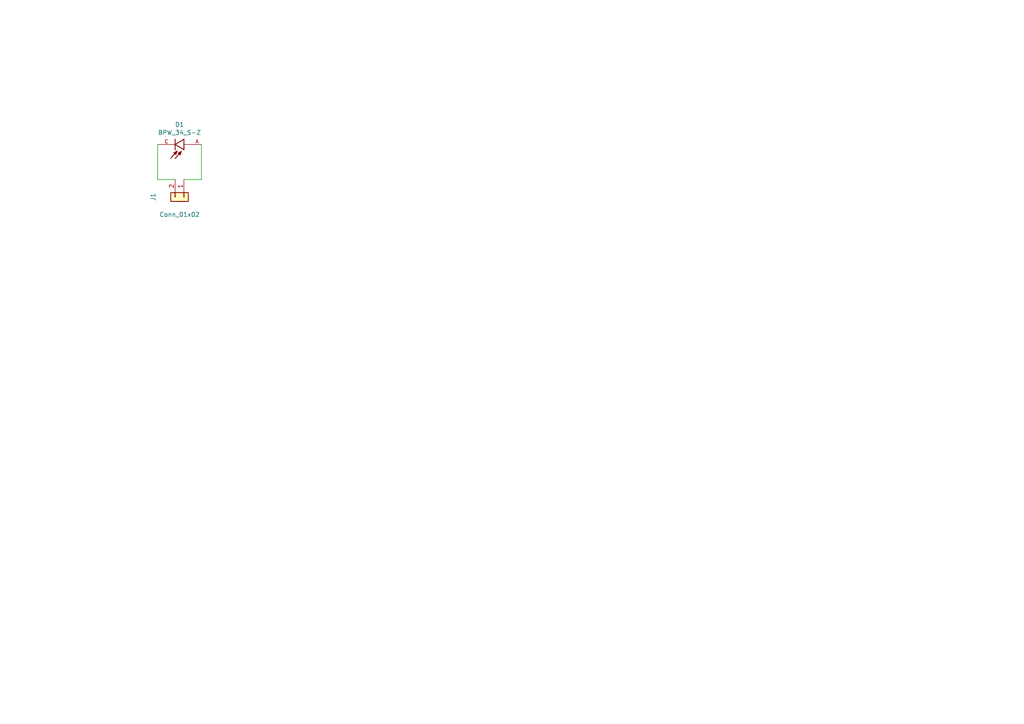
<source format=kicad_sch>
(kicad_sch (version 20211123) (generator eeschema)
  (paper "A4")
  (title_block (title "Start of scanline detector") (rev "0.1") (company "Hexastorm") (comment 1 "Author: Rik Starmans"))
  (lib_symbols
    (symbol "Connector_Generic:Conn_01x02" (pin_names (offset 1.016) hide)
      (property "Reference" "J" (at 0 2.54 0))
      (property "Value" "Conn_01x02" (at 0 -5.08 0))
      (symbol "Conn_01x02_1_1"
        (rectangle (start -1.27 -2.413) (end 0 -2.667) (stroke (width 0.1524)))
        (rectangle (start -1.27 0.127) (end 0 -0.127) (stroke (width 0.1524)))
        (rectangle (start -1.27 1.27) (end 1.27 -3.81) (stroke (width 0.254)) (fill (type background)))
        (pin passive line (at -5.08 0 0) (length 3.81) (name "Pin_1") (number "1"))
        (pin passive line (at -5.08 -2.54 0) (length 3.81) (name "Pin_2") (number "2"))
      )
    )
    (symbol "photodiode-cape:BPW_34_S-Z" (pin_names (offset 1.016) hide)
      (property "Reference" "D" (at -3.0988 4.4958 0))
      (property "Value" "BPW_34_S-Z" (at -3.556 -3.302 0))
      (symbol "BPW_34_S-Z_0_0"
        (polyline (pts (xy -2.54 -1.524) (xy 0 0)) (stroke (width 0.254)))
        (polyline (pts (xy -2.54 0) (xy -5.08 0)) (stroke (width 0.1524)))
        (polyline (pts (xy -2.54 0) (xy -2.54 -1.524)) (stroke (width 0.254)))
        (polyline (pts (xy -2.54 1.524) (xy -2.54 0)) (stroke (width 0.254)))
        (polyline (pts (xy -1.778 2.032) (xy -1.4478 2.9972)) (stroke (width 0.254)))
        (polyline (pts (xy -1.778 2.032) (xy 0 4.064)) (stroke (width 0.254)))
        (polyline (pts (xy -1.4732 2.2606) (xy -1.3462 2.2606)) (stroke (width 0.254)))
        (polyline (pts (xy -1.4478 2.9972) (xy -1.4732 2.2606)) (stroke (width 0.254)))
        (polyline (pts (xy -1.4478 2.9972) (xy -0.889 2.5146)) (stroke (width 0.254)))
        (polyline (pts (xy -1.0668 2.5908) (xy -1.2954 2.4384)) (stroke (width 0.254)))
        (polyline (pts (xy -0.889 2.5146) (xy -1.778 2.032)) (stroke (width 0.254)))
        (polyline (pts (xy -0.5334 1.9304) (xy -0.2032 2.8956)) (stroke (width 0.254)))
        (polyline (pts (xy -0.5334 1.9304) (xy 1.2446 3.9624)) (stroke (width 0.254)))
        (polyline (pts (xy -0.2286 2.159) (xy -0.1016 2.159)) (stroke (width 0.254)))
        (polyline (pts (xy -0.2032 2.8956) (xy -0.2286 2.159)) (stroke (width 0.254)))
        (polyline (pts (xy -0.2032 2.8956) (xy 0.3556 2.413)) (stroke (width 0.254)))
        (polyline (pts (xy 0 0) (xy -2.54 1.524)) (stroke (width 0.254)))
        (polyline (pts (xy 0 1.524) (xy 0 -1.524)) (stroke (width 0.254)))
        (polyline (pts (xy 0.1778 2.4892) (xy -0.0508 2.3368)) (stroke (width 0.254)))
        (polyline (pts (xy 0.3556 2.413) (xy -0.5334 1.9304)) (stroke (width 0.254)))
        (pin passive line (at -7.62 0 0) (length 2.54) (name "~") (number "A"))
        (pin passive line (at 5.08 0 180) (length 5.08) (name "~") (number "C"))
      )
    )
  )
  (wire (pts (xy 58.42 52.07) (xy 58.42 41.91)))
  (wire (pts (xy 45.72 52.07) (xy 50.8 52.07)))
  (wire (pts (xy 53.34 52.07) (xy 58.42 52.07)))
  (wire (pts (xy 45.72 41.91) (xy 45.72 52.07)))
  (symbol (lib_id "photodiode-cape:BPW_34_S-Z") (at 50.8 41.91 180) (unit 1)
    (property "Reference" "D1" (at 52.07 36.1442 0))
    (property "Value" "BPW_34_S-Z" (at 52.07 38.4556 0))
    (property "Footprint" "start-of-scanline-detector:DIO_BPW_34_S-Z" (effects hide))
    (property "MANUFACTURER" "OSRAM" (effects hide))
    (property "PARTREV" "1.5" (effects hide))
    (property "STANDARD" "Manufacturer Recommendations" (effects hide))
  )
  (symbol (lib_id "Connector_Generic:Conn_01x02") (at 53.34 57.15 270) (unit 1)
    (property "Reference" "J1" (at 44.45 57.15 0))
    (property "Value" "Conn_01x02" (at 52.07 62.23 90))
    (property "Footprint" "Connector_PinHeader_2.54mm:PinHeader_1x02_P2.54mm_Horizontal" (effects hide))
  )
)
</source>
